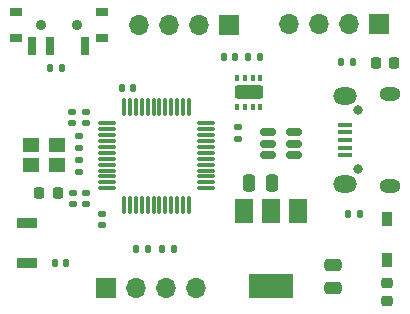
<source format=gbr>
%TF.GenerationSoftware,KiCad,Pcbnew,7.0.1*%
%TF.CreationDate,2024-04-05T01:09:51+05:30*%
%TF.ProjectId,stm32spi_new,73746d33-3273-4706-995f-6e65772e6b69,rev?*%
%TF.SameCoordinates,Original*%
%TF.FileFunction,Soldermask,Top*%
%TF.FilePolarity,Negative*%
%FSLAX46Y46*%
G04 Gerber Fmt 4.6, Leading zero omitted, Abs format (unit mm)*
G04 Created by KiCad (PCBNEW 7.0.1) date 2024-04-05 01:09:51*
%MOMM*%
%LPD*%
G01*
G04 APERTURE LIST*
G04 Aperture macros list*
%AMRoundRect*
0 Rectangle with rounded corners*
0 $1 Rounding radius*
0 $2 $3 $4 $5 $6 $7 $8 $9 X,Y pos of 4 corners*
0 Add a 4 corners polygon primitive as box body*
4,1,4,$2,$3,$4,$5,$6,$7,$8,$9,$2,$3,0*
0 Add four circle primitives for the rounded corners*
1,1,$1+$1,$2,$3*
1,1,$1+$1,$4,$5*
1,1,$1+$1,$6,$7*
1,1,$1+$1,$8,$9*
0 Add four rect primitives between the rounded corners*
20,1,$1+$1,$2,$3,$4,$5,0*
20,1,$1+$1,$4,$5,$6,$7,0*
20,1,$1+$1,$6,$7,$8,$9,0*
20,1,$1+$1,$8,$9,$2,$3,0*%
G04 Aperture macros list end*
%ADD10RoundRect,0.218750X0.218750X0.256250X-0.218750X0.256250X-0.218750X-0.256250X0.218750X-0.256250X0*%
%ADD11RoundRect,0.140000X0.170000X-0.140000X0.170000X0.140000X-0.170000X0.140000X-0.170000X-0.140000X0*%
%ADD12RoundRect,0.075000X-0.662500X-0.075000X0.662500X-0.075000X0.662500X0.075000X-0.662500X0.075000X0*%
%ADD13RoundRect,0.075000X-0.075000X-0.662500X0.075000X-0.662500X0.075000X0.662500X-0.075000X0.662500X0*%
%ADD14RoundRect,0.140000X-0.170000X0.140000X-0.170000X-0.140000X0.170000X-0.140000X0.170000X0.140000X0*%
%ADD15O,1.700000X1.700000*%
%ADD16R,1.700000X1.700000*%
%ADD17RoundRect,0.140000X-0.140000X-0.170000X0.140000X-0.170000X0.140000X0.170000X-0.140000X0.170000X0*%
%ADD18RoundRect,0.135000X-0.135000X-0.185000X0.135000X-0.185000X0.135000X0.185000X-0.135000X0.185000X0*%
%ADD19RoundRect,0.150000X0.512500X0.150000X-0.512500X0.150000X-0.512500X-0.150000X0.512500X-0.150000X0*%
%ADD20RoundRect,0.218750X-0.256250X0.218750X-0.256250X-0.218750X0.256250X-0.218750X0.256250X0.218750X0*%
%ADD21R,1.500000X2.000000*%
%ADD22R,3.800000X2.000000*%
%ADD23RoundRect,0.147500X-0.147500X-0.172500X0.147500X-0.172500X0.147500X0.172500X-0.147500X0.172500X0*%
%ADD24RoundRect,0.218750X-0.218750X-0.256250X0.218750X-0.256250X0.218750X0.256250X-0.218750X0.256250X0*%
%ADD25O,0.800000X0.800000*%
%ADD26R,1.300000X0.450000*%
%ADD27O,1.800000X1.150000*%
%ADD28O,2.000000X1.450000*%
%ADD29R,0.700000X1.500000*%
%ADD30R,1.000000X0.800000*%
%ADD31C,0.900000*%
%ADD32R,1.700000X0.900000*%
%ADD33RoundRect,0.140000X0.140000X0.170000X-0.140000X0.170000X-0.140000X-0.170000X0.140000X-0.170000X0*%
%ADD34RoundRect,0.250000X0.475000X-0.250000X0.475000X0.250000X-0.475000X0.250000X-0.475000X-0.250000X0*%
%ADD35RoundRect,0.295000X0.925000X-0.295000X0.925000X0.295000X-0.925000X0.295000X-0.925000X-0.295000X0*%
%ADD36RoundRect,0.095250X0.095250X-0.184150X0.095250X0.184150X-0.095250X0.184150X-0.095250X-0.184150X0*%
%ADD37RoundRect,0.135000X0.135000X0.185000X-0.135000X0.185000X-0.135000X-0.185000X0.135000X-0.185000X0*%
%ADD38R,1.400000X1.200000*%
%ADD39RoundRect,0.250000X-0.250000X-0.475000X0.250000X-0.475000X0.250000X0.475000X-0.250000X0.475000X0*%
%ADD40RoundRect,0.135000X-0.185000X0.135000X-0.185000X-0.135000X0.185000X-0.135000X0.185000X0.135000X0*%
%ADD41R,0.838200X1.168400*%
G04 APERTURE END LIST*
D10*
%TO.C,FB1*%
X147967500Y-105600000D03*
X146392500Y-105600000D03*
%TD*%
D11*
%TO.C,C2*%
X149770000Y-101780000D03*
X149770000Y-100820000D03*
%TD*%
D12*
%TO.C,STM32F103C8T6*%
X152180000Y-99710000D03*
X152180000Y-100210000D03*
X152180000Y-100710000D03*
X152180000Y-101210000D03*
X152180000Y-101710000D03*
X152180000Y-102210000D03*
X152180000Y-102710000D03*
X152180000Y-103210000D03*
X152180000Y-103710000D03*
X152180000Y-104210000D03*
X152180000Y-104710000D03*
X152180000Y-105210000D03*
D13*
X153592500Y-106622500D03*
X154092500Y-106622500D03*
X154592500Y-106622500D03*
X155092500Y-106622500D03*
X155592500Y-106622500D03*
X156092500Y-106622500D03*
X156592500Y-106622500D03*
X157092500Y-106622500D03*
X157592500Y-106622500D03*
X158092500Y-106622500D03*
X158592500Y-106622500D03*
X159092500Y-106622500D03*
D12*
X160505000Y-105210000D03*
X160505000Y-104710000D03*
X160505000Y-104210000D03*
X160505000Y-103710000D03*
X160505000Y-103210000D03*
X160505000Y-102710000D03*
X160505000Y-102210000D03*
X160505000Y-101710000D03*
X160505000Y-101210000D03*
X160505000Y-100710000D03*
X160505000Y-100210000D03*
X160505000Y-99710000D03*
D13*
X159092500Y-98297500D03*
X158592500Y-98297500D03*
X158092500Y-98297500D03*
X157592500Y-98297500D03*
X157092500Y-98297500D03*
X156592500Y-98297500D03*
X156092500Y-98297500D03*
X155592500Y-98297500D03*
X155092500Y-98297500D03*
X154592500Y-98297500D03*
X154092500Y-98297500D03*
X153592500Y-98297500D03*
%TD*%
D14*
%TO.C,C6*%
X150340000Y-105590000D03*
X150340000Y-106550000D03*
%TD*%
D15*
%TO.C,UART*%
X154880000Y-91390000D03*
X157420000Y-91390000D03*
X159960000Y-91390000D03*
D16*
X162500000Y-91390000D03*
%TD*%
D11*
%TO.C,C9*%
X150350000Y-99710000D03*
X150350000Y-98750000D03*
%TD*%
D17*
%TO.C,C8*%
X164120000Y-94070000D03*
X165080000Y-94070000D03*
%TD*%
D11*
%TO.C,C3*%
X149760000Y-102840000D03*
X149760000Y-103800000D03*
%TD*%
D18*
%TO.C,R1*%
X147320000Y-95030000D03*
X148340000Y-95030000D03*
%TD*%
D17*
%TO.C,C12*%
X154350000Y-96710000D03*
X153390000Y-96710000D03*
%TD*%
D11*
%TO.C,C13*%
X149177500Y-99720000D03*
X149177500Y-98760000D03*
%TD*%
D19*
%TO.C,U4*%
X168025000Y-102390000D03*
X168025000Y-101440000D03*
X168025000Y-100490000D03*
X165750000Y-100490000D03*
X165750000Y-101440000D03*
X165750000Y-102390000D03*
%TD*%
D20*
%TO.C,FB2*%
X175880000Y-114787500D03*
X175880000Y-113212500D03*
%TD*%
D21*
%TO.C,AMS1117*%
X163730000Y-107180000D03*
D22*
X166030000Y-113480000D03*
D21*
X166030000Y-107180000D03*
X168330000Y-107180000D03*
%TD*%
D23*
%TO.C,24V 250mA*%
X172575000Y-107370000D03*
X173545000Y-107370000D03*
%TD*%
D18*
%TO.C,R*%
X156770000Y-110370000D03*
X157790000Y-110370000D03*
%TD*%
D24*
%TO.C,D1*%
X174915000Y-94580000D03*
X176490000Y-94580000D03*
%TD*%
D25*
%TO.C,J1*%
X173370000Y-103620000D03*
X173370000Y-98620000D03*
D26*
X172270000Y-102420000D03*
X172270000Y-101770000D03*
X172270000Y-101120000D03*
X172270000Y-100470000D03*
X172270000Y-99820000D03*
D27*
X176120000Y-104995000D03*
D28*
X172320000Y-104845000D03*
X172320000Y-97395000D03*
D27*
X176120000Y-97245000D03*
%TD*%
D15*
%TO.C,SWD*%
X167600000Y-91310000D03*
X170140000Y-91310000D03*
X172680000Y-91310000D03*
D16*
X175220000Y-91310000D03*
%TD*%
D29*
%TO.C,BOOT*%
X145820000Y-93150000D03*
X147320000Y-93150000D03*
X150320000Y-93150000D03*
D30*
X144420000Y-90290000D03*
X144420000Y-92500000D03*
D31*
X146570000Y-91390000D03*
X149570000Y-91390000D03*
D30*
X151720000Y-90290000D03*
X151720000Y-92500000D03*
%TD*%
D14*
%TO.C,C7*%
X149260000Y-105600000D03*
X149260000Y-106560000D03*
%TD*%
D32*
%TO.C,SW1*%
X145370000Y-111560000D03*
X145370000Y-108160000D03*
%TD*%
D15*
%TO.C,I2C*%
X159700000Y-113640000D03*
X157160000Y-113640000D03*
X154620000Y-113640000D03*
D16*
X152080000Y-113640000D03*
%TD*%
D33*
%TO.C,C1*%
X148720000Y-111560000D03*
X147760000Y-111560000D03*
%TD*%
D34*
%TO.C,C5*%
X171250000Y-113630000D03*
X171250000Y-111730000D03*
%TD*%
D33*
%TO.C,C10*%
X162990000Y-94080000D03*
X162030000Y-94080000D03*
%TD*%
D35*
%TO.C,TC-72 Temparature sensor*%
X164140800Y-97102000D03*
D36*
X165131200Y-95881600D03*
X164470800Y-95881600D03*
X163810400Y-95881600D03*
X163150000Y-95881600D03*
X163150000Y-98320000D03*
X163810400Y-98320000D03*
X164470800Y-98320000D03*
X165131200Y-98320000D03*
%TD*%
D37*
%TO.C,R4*%
X155650000Y-110360000D03*
X154630000Y-110360000D03*
%TD*%
D38*
%TO.C,Crystal 16MHz*%
X147940000Y-103280000D03*
X145740000Y-103280000D03*
X145740000Y-101580000D03*
X147940000Y-101580000D03*
%TD*%
D37*
%TO.C,R3*%
X173000000Y-94550000D03*
X171980000Y-94550000D03*
%TD*%
D39*
%TO.C,C4*%
X164187500Y-104730000D03*
X166087500Y-104730000D03*
%TD*%
D14*
%TO.C,C11*%
X151760000Y-107400000D03*
X151760000Y-108360000D03*
%TD*%
D40*
%TO.C,R2*%
X163250000Y-100000000D03*
X163250000Y-101020000D03*
%TD*%
D41*
%TO.C,CR2*%
X175880000Y-111253600D03*
X175880000Y-107850000D03*
%TD*%
M02*

</source>
